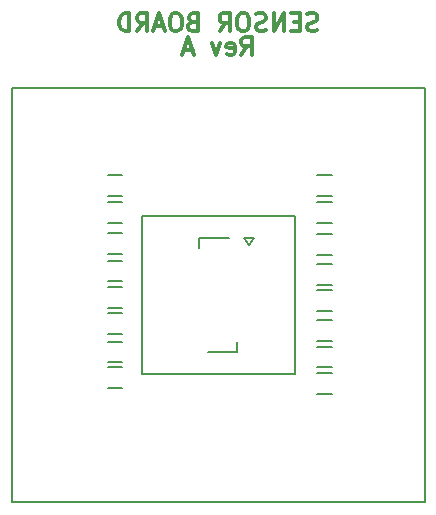
<source format=gbo>
G04 #@! TF.FileFunction,Legend,Bot*
%FSLAX46Y46*%
G04 Gerber Fmt 4.6, Leading zero omitted, Abs format (unit mm)*
G04 Created by KiCad (PCBNEW (2015-01-16 BZR 5376)-product) date 23/07/2015 11:35:31*
%MOMM*%
G01*
G04 APERTURE LIST*
%ADD10C,0.100000*%
%ADD11C,0.200000*%
%ADD12C,0.300000*%
%ADD13C,0.150000*%
G04 APERTURE END LIST*
D10*
D11*
X57500000Y-102500000D02*
X57500000Y-67500000D01*
X92500000Y-102500000D02*
X57500000Y-102500000D01*
X92500000Y-67500000D02*
X92500000Y-102500000D01*
X57500000Y-67500000D02*
X92500000Y-67500000D01*
D12*
X76964285Y-64678571D02*
X77464285Y-63964286D01*
X77821428Y-64678571D02*
X77821428Y-63178571D01*
X77250000Y-63178571D01*
X77107142Y-63250000D01*
X77035714Y-63321429D01*
X76964285Y-63464286D01*
X76964285Y-63678571D01*
X77035714Y-63821429D01*
X77107142Y-63892857D01*
X77250000Y-63964286D01*
X77821428Y-63964286D01*
X75750000Y-64607143D02*
X75892857Y-64678571D01*
X76178571Y-64678571D01*
X76321428Y-64607143D01*
X76392857Y-64464286D01*
X76392857Y-63892857D01*
X76321428Y-63750000D01*
X76178571Y-63678571D01*
X75892857Y-63678571D01*
X75750000Y-63750000D01*
X75678571Y-63892857D01*
X75678571Y-64035714D01*
X76392857Y-64178571D01*
X75178571Y-63678571D02*
X74821428Y-64678571D01*
X74464286Y-63678571D01*
X72821429Y-64250000D02*
X72107143Y-64250000D01*
X72964286Y-64678571D02*
X72464286Y-63178571D01*
X71964286Y-64678571D01*
X83392857Y-62607143D02*
X83178571Y-62678571D01*
X82821428Y-62678571D01*
X82678571Y-62607143D01*
X82607142Y-62535714D01*
X82535714Y-62392857D01*
X82535714Y-62250000D01*
X82607142Y-62107143D01*
X82678571Y-62035714D01*
X82821428Y-61964286D01*
X83107142Y-61892857D01*
X83250000Y-61821429D01*
X83321428Y-61750000D01*
X83392857Y-61607143D01*
X83392857Y-61464286D01*
X83321428Y-61321429D01*
X83250000Y-61250000D01*
X83107142Y-61178571D01*
X82750000Y-61178571D01*
X82535714Y-61250000D01*
X81892857Y-61892857D02*
X81392857Y-61892857D01*
X81178571Y-62678571D02*
X81892857Y-62678571D01*
X81892857Y-61178571D01*
X81178571Y-61178571D01*
X80535714Y-62678571D02*
X80535714Y-61178571D01*
X79678571Y-62678571D01*
X79678571Y-61178571D01*
X79035714Y-62607143D02*
X78821428Y-62678571D01*
X78464285Y-62678571D01*
X78321428Y-62607143D01*
X78249999Y-62535714D01*
X78178571Y-62392857D01*
X78178571Y-62250000D01*
X78249999Y-62107143D01*
X78321428Y-62035714D01*
X78464285Y-61964286D01*
X78749999Y-61892857D01*
X78892857Y-61821429D01*
X78964285Y-61750000D01*
X79035714Y-61607143D01*
X79035714Y-61464286D01*
X78964285Y-61321429D01*
X78892857Y-61250000D01*
X78749999Y-61178571D01*
X78392857Y-61178571D01*
X78178571Y-61250000D01*
X77250000Y-61178571D02*
X76964286Y-61178571D01*
X76821428Y-61250000D01*
X76678571Y-61392857D01*
X76607143Y-61678571D01*
X76607143Y-62178571D01*
X76678571Y-62464286D01*
X76821428Y-62607143D01*
X76964286Y-62678571D01*
X77250000Y-62678571D01*
X77392857Y-62607143D01*
X77535714Y-62464286D01*
X77607143Y-62178571D01*
X77607143Y-61678571D01*
X77535714Y-61392857D01*
X77392857Y-61250000D01*
X77250000Y-61178571D01*
X75107142Y-62678571D02*
X75607142Y-61964286D01*
X75964285Y-62678571D02*
X75964285Y-61178571D01*
X75392857Y-61178571D01*
X75249999Y-61250000D01*
X75178571Y-61321429D01*
X75107142Y-61464286D01*
X75107142Y-61678571D01*
X75178571Y-61821429D01*
X75249999Y-61892857D01*
X75392857Y-61964286D01*
X75964285Y-61964286D01*
X72821428Y-61892857D02*
X72607142Y-61964286D01*
X72535714Y-62035714D01*
X72464285Y-62178571D01*
X72464285Y-62392857D01*
X72535714Y-62535714D01*
X72607142Y-62607143D01*
X72750000Y-62678571D01*
X73321428Y-62678571D01*
X73321428Y-61178571D01*
X72821428Y-61178571D01*
X72678571Y-61250000D01*
X72607142Y-61321429D01*
X72535714Y-61464286D01*
X72535714Y-61607143D01*
X72607142Y-61750000D01*
X72678571Y-61821429D01*
X72821428Y-61892857D01*
X73321428Y-61892857D01*
X71535714Y-61178571D02*
X71250000Y-61178571D01*
X71107142Y-61250000D01*
X70964285Y-61392857D01*
X70892857Y-61678571D01*
X70892857Y-62178571D01*
X70964285Y-62464286D01*
X71107142Y-62607143D01*
X71250000Y-62678571D01*
X71535714Y-62678571D01*
X71678571Y-62607143D01*
X71821428Y-62464286D01*
X71892857Y-62178571D01*
X71892857Y-61678571D01*
X71821428Y-61392857D01*
X71678571Y-61250000D01*
X71535714Y-61178571D01*
X70321428Y-62250000D02*
X69607142Y-62250000D01*
X70464285Y-62678571D02*
X69964285Y-61178571D01*
X69464285Y-62678571D01*
X68107142Y-62678571D02*
X68607142Y-61964286D01*
X68964285Y-62678571D02*
X68964285Y-61178571D01*
X68392857Y-61178571D01*
X68249999Y-61250000D01*
X68178571Y-61321429D01*
X68107142Y-61464286D01*
X68107142Y-61678571D01*
X68178571Y-61821429D01*
X68249999Y-61892857D01*
X68392857Y-61964286D01*
X68964285Y-61964286D01*
X67464285Y-62678571D02*
X67464285Y-61178571D01*
X67107142Y-61178571D01*
X66892857Y-61250000D01*
X66749999Y-61392857D01*
X66678571Y-61535714D01*
X66607142Y-61821429D01*
X66607142Y-62035714D01*
X66678571Y-62321429D01*
X66749999Y-62464286D01*
X66892857Y-62607143D01*
X67107142Y-62678571D01*
X67464285Y-62678571D01*
D11*
X68500000Y-78300000D02*
X75000000Y-78300000D01*
X68500000Y-78400000D02*
X68500000Y-78300000D01*
X68500000Y-91700000D02*
X68500000Y-78400000D01*
X81500000Y-91700000D02*
X68500000Y-91700000D01*
X81500000Y-78300000D02*
X81500000Y-91700000D01*
X75000000Y-78300000D02*
X81500000Y-78300000D01*
D13*
X84600000Y-74875000D02*
X83400000Y-74875000D01*
X83400000Y-76625000D02*
X84600000Y-76625000D01*
X84600000Y-79875000D02*
X83400000Y-79875000D01*
X83400000Y-81625000D02*
X84600000Y-81625000D01*
X84600000Y-84625000D02*
X83400000Y-84625000D01*
X83400000Y-86375000D02*
X84600000Y-86375000D01*
X84600000Y-89375000D02*
X83400000Y-89375000D01*
X83400000Y-91125000D02*
X84600000Y-91125000D01*
X84600000Y-77125000D02*
X83400000Y-77125000D01*
X83400000Y-78875000D02*
X84600000Y-78875000D01*
X84600000Y-82375000D02*
X83400000Y-82375000D01*
X83400000Y-84125000D02*
X84600000Y-84125000D01*
X84600000Y-87125000D02*
X83400000Y-87125000D01*
X83400000Y-88875000D02*
X84600000Y-88875000D01*
X84600000Y-91625000D02*
X83400000Y-91625000D01*
X83400000Y-93375000D02*
X84600000Y-93375000D01*
X65650000Y-78875000D02*
X66850000Y-78875000D01*
X66850000Y-77125000D02*
X65650000Y-77125000D01*
X65650000Y-83855000D02*
X66850000Y-83855000D01*
X66850000Y-82105000D02*
X65650000Y-82105000D01*
X65650000Y-88315000D02*
X66850000Y-88315000D01*
X66850000Y-86565000D02*
X65650000Y-86565000D01*
X65650000Y-92875000D02*
X66850000Y-92875000D01*
X66850000Y-91125000D02*
X65650000Y-91125000D01*
X65650000Y-76625000D02*
X66850000Y-76625000D01*
X66850000Y-74875000D02*
X65650000Y-74875000D01*
X65630000Y-81555000D02*
X66830000Y-81555000D01*
X66830000Y-79805000D02*
X65630000Y-79805000D01*
X65650000Y-86125000D02*
X66850000Y-86125000D01*
X66850000Y-84375000D02*
X65650000Y-84375000D01*
X65670000Y-90705000D02*
X66870000Y-90705000D01*
X66870000Y-88955000D02*
X65670000Y-88955000D01*
X77200000Y-80200000D02*
X78000000Y-80200000D01*
X78000000Y-80200000D02*
X77600000Y-80800000D01*
X77600000Y-80800000D02*
X77200000Y-80200000D01*
X73400000Y-80200000D02*
X75900000Y-80200000D01*
X73400000Y-80200000D02*
X73400000Y-81000000D01*
X76600000Y-89800000D02*
X76600000Y-89000000D01*
X76600000Y-89800000D02*
X74100000Y-89800000D01*
M02*

</source>
